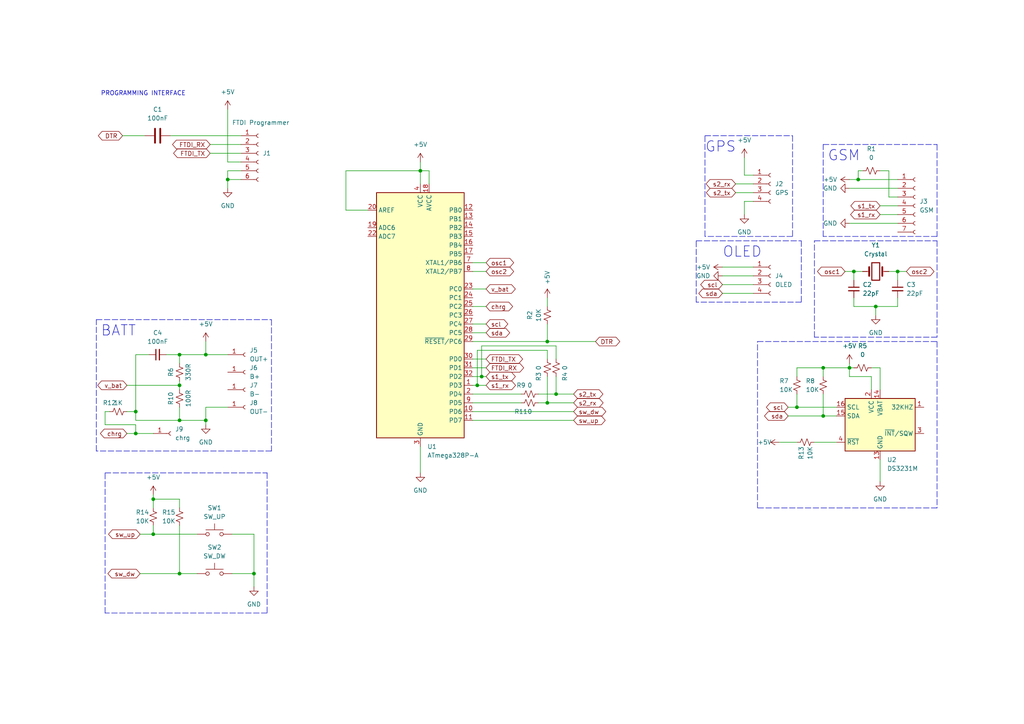
<source format=kicad_sch>
(kicad_sch (version 20211123) (generator eeschema)
  (paper "A4")
  (lib_symbols
    (symbol "Connector:Conn_01x01_Female" (pin_names (offset 1.016) hide)
      (property "Reference" "J" (at 0 2.54 0))
      (property "Value" "Conn_01x01_Female" (at 0 -2.54 0))
      (symbol "Conn_01x01_Female_1_1"
        (polyline (pts (xy -1.27 0) (xy -0.508 0)) (stroke (width 0.1524)))
        (arc (start 0 0.508) (mid -0.508 0) (end 0 -0.508) (stroke (width 0.1524)))
        (pin passive line (at -5.08 0 0) (length 3.81) (name "Pin_1") (number "1"))
      )
    )
    (symbol "Connector:Conn_01x04_Female" (pin_names (offset 1.016) hide)
      (property "Reference" "J" (at 0 5.08 0))
      (property "Value" "Conn_01x04_Female" (at 0 -7.62 0))
      (symbol "Conn_01x04_Female_1_1"
        (arc (start 0 -4.572) (mid -0.508 -5.08) (end 0 -5.588) (stroke (width 0.1524)))
        (arc (start 0 -2.032) (mid -0.508 -2.54) (end 0 -3.048) (stroke (width 0.1524)))
        (polyline (pts (xy -1.27 -5.08) (xy -0.508 -5.08)) (stroke (width 0.1524)))
        (polyline (pts (xy -1.27 -2.54) (xy -0.508 -2.54)) (stroke (width 0.1524)))
        (polyline (pts (xy -1.27 0) (xy -0.508 0)) (stroke (width 0.1524)))
        (polyline (pts (xy -1.27 2.54) (xy -0.508 2.54)) (stroke (width 0.1524)))
        (arc (start 0 0.508) (mid -0.508 0) (end 0 -0.508) (stroke (width 0.1524)))
        (arc (start 0 3.048) (mid -0.508 2.54) (end 0 2.032) (stroke (width 0.1524)))
        (pin passive line (at -5.08 2.54 0) (length 3.81) (name "Pin_1") (number "1"))
        (pin passive line (at -5.08 0 0) (length 3.81) (name "Pin_2") (number "2"))
        (pin passive line (at -5.08 -2.54 0) (length 3.81) (name "Pin_3") (number "3"))
        (pin passive line (at -5.08 -5.08 0) (length 3.81) (name "Pin_4") (number "4"))
      )
    )
    (symbol "Connector:Conn_01x06_Female" (pin_names (offset 1.016) hide)
      (property "Reference" "J" (at 0 7.62 0))
      (property "Value" "Conn_01x06_Female" (at 0 -10.16 0))
      (symbol "Conn_01x06_Female_1_1"
        (arc (start 0 -7.112) (mid -0.508 -7.62) (end 0 -8.128) (stroke (width 0.1524)))
        (arc (start 0 -4.572) (mid -0.508 -5.08) (end 0 -5.588) (stroke (width 0.1524)))
        (arc (start 0 -2.032) (mid -0.508 -2.54) (end 0 -3.048) (stroke (width 0.1524)))
        (polyline (pts (xy -1.27 -7.62) (xy -0.508 -7.62)) (stroke (width 0.1524)))
        (polyline (pts (xy -1.27 -5.08) (xy -0.508 -5.08)) (stroke (width 0.1524)))
        (polyline (pts (xy -1.27 -2.54) (xy -0.508 -2.54)) (stroke (width 0.1524)))
        (polyline (pts (xy -1.27 0) (xy -0.508 0)) (stroke (width 0.1524)))
        (polyline (pts (xy -1.27 2.54) (xy -0.508 2.54)) (stroke (width 0.1524)))
        (polyline (pts (xy -1.27 5.08) (xy -0.508 5.08)) (stroke (width 0.1524)))
        (arc (start 0 0.508) (mid -0.508 0) (end 0 -0.508) (stroke (width 0.1524)))
        (arc (start 0 3.048) (mid -0.508 2.54) (end 0 2.032) (stroke (width 0.1524)))
        (arc (start 0 5.588) (mid -0.508 5.08) (end 0 4.572) (stroke (width 0.1524)))
        (pin passive line (at -5.08 5.08 0) (length 3.81) (name "Pin_1") (number "1"))
        (pin passive line (at -5.08 2.54 0) (length 3.81) (name "Pin_2") (number "2"))
        (pin passive line (at -5.08 0 0) (length 3.81) (name "Pin_3") (number "3"))
        (pin passive line (at -5.08 -2.54 0) (length 3.81) (name "Pin_4") (number "4"))
        (pin passive line (at -5.08 -5.08 0) (length 3.81) (name "Pin_5") (number "5"))
        (pin passive line (at -5.08 -7.62 0) (length 3.81) (name "Pin_6") (number "6"))
      )
    )
    (symbol "Connector:Conn_01x07_Female" (pin_names (offset 1.016) hide)
      (property "Reference" "J" (at 0 10.16 0))
      (property "Value" "Conn_01x07_Female" (at 0 -10.16 0))
      (symbol "Conn_01x07_Female_1_1"
        (arc (start 0 -7.112) (mid -0.508 -7.62) (end 0 -8.128) (stroke (width 0.1524)))
        (arc (start 0 -4.572) (mid -0.508 -5.08) (end 0 -5.588) (stroke (width 0.1524)))
        (arc (start 0 -2.032) (mid -0.508 -2.54) (end 0 -3.048) (stroke (width 0.1524)))
        (polyline (pts (xy -1.27 -7.62) (xy -0.508 -7.62)) (stroke (width 0.1524)))
        (polyline (pts (xy -1.27 -5.08) (xy -0.508 -5.08)) (stroke (width 0.1524)))
        (polyline (pts (xy -1.27 -2.54) (xy -0.508 -2.54)) (stroke (width 0.1524)))
        (polyline (pts (xy -1.27 0) (xy -0.508 0)) (stroke (width 0.1524)))
        (polyline (pts (xy -1.27 2.54) (xy -0.508 2.54)) (stroke (width 0.1524)))
        (polyline (pts (xy -1.27 5.08) (xy -0.508 5.08)) (stroke (width 0.1524)))
        (polyline (pts (xy -1.27 7.62) (xy -0.508 7.62)) (stroke (width 0.1524)))
        (arc (start 0 0.508) (mid -0.508 0) (end 0 -0.508) (stroke (width 0.1524)))
        (arc (start 0 3.048) (mid -0.508 2.54) (end 0 2.032) (stroke (width 0.1524)))
        (arc (start 0 5.588) (mid -0.508 5.08) (end 0 4.572) (stroke (width 0.1524)))
        (arc (start 0 8.128) (mid -0.508 7.62) (end 0 7.112) (stroke (width 0.1524)))
        (pin passive line (at -5.08 7.62 0) (length 3.81) (name "Pin_1") (number "1"))
        (pin passive line (at -5.08 5.08 0) (length 3.81) (name "Pin_2") (number "2"))
        (pin passive line (at -5.08 2.54 0) (length 3.81) (name "Pin_3") (number "3"))
        (pin passive line (at -5.08 0 0) (length 3.81) (name "Pin_4") (number "4"))
        (pin passive line (at -5.08 -2.54 0) (length 3.81) (name "Pin_5") (number "5"))
        (pin passive line (at -5.08 -5.08 0) (length 3.81) (name "Pin_6") (number "6"))
        (pin passive line (at -5.08 -7.62 0) (length 3.81) (name "Pin_7") (number "7"))
      )
    )
    (symbol "Device:C" (pin_numbers hide) (pin_names (offset 0.254))
      (property "Reference" "C" (at 0.635 2.54 0))
      (property "Value" "C" (at 0.635 -2.54 0))
      (symbol "C_0_1"
        (polyline (pts (xy -2.032 -0.762) (xy 2.032 -0.762)) (stroke (width 0.508)))
        (polyline (pts (xy -2.032 0.762) (xy 2.032 0.762)) (stroke (width 0.508)))
      )
      (symbol "C_1_1"
        (pin passive line (at 0 3.81 270) (length 2.794) (name "~") (number "1"))
        (pin passive line (at 0 -3.81 90) (length 2.794) (name "~") (number "2"))
      )
    )
    (symbol "Device:C_Small" (pin_numbers hide) (pin_names (offset 0.254) hide)
      (property "Reference" "C" (at 0.254 1.778 0))
      (property "Value" "C_Small" (at 0.254 -2.032 0))
      (symbol "C_Small_0_1"
        (polyline (pts (xy -1.524 -0.508) (xy 1.524 -0.508)) (stroke (width 0.3302)))
        (polyline (pts (xy -1.524 0.508) (xy 1.524 0.508)) (stroke (width 0.3048)))
      )
      (symbol "C_Small_1_1"
        (pin passive line (at 0 2.54 270) (length 2.032) (name "~") (number "1"))
        (pin passive line (at 0 -2.54 90) (length 2.032) (name "~") (number "2"))
      )
    )
    (symbol "Device:Crystal" (pin_numbers hide) (pin_names (offset 1.016) hide)
      (property "Reference" "Y" (at 0 3.81 0))
      (property "Value" "Crystal" (at 0 -3.81 0))
      (symbol "Crystal_0_1"
        (rectangle (start -1.143 2.54) (end 1.143 -2.54) (stroke (width 0.3048)))
        (polyline (pts (xy -2.54 0) (xy -1.905 0)))
        (polyline (pts (xy -1.905 -1.27) (xy -1.905 1.27)) (stroke (width 0.508)))
        (polyline (pts (xy 1.905 -1.27) (xy 1.905 1.27)) (stroke (width 0.508)))
        (polyline (pts (xy 2.54 0) (xy 1.905 0)))
      )
      (symbol "Crystal_1_1"
        (pin passive line (at -3.81 0 0) (length 1.27) (name "1") (number "1"))
        (pin passive line (at 3.81 0 180) (length 1.27) (name "2") (number "2"))
      )
    )
    (symbol "Device:R_Small_US" (pin_numbers hide) (pin_names (offset 0.254) hide)
      (property "Reference" "R" (at 0.762 0.508 0))
      (property "Value" "R_Small_US" (at 0.762 -1.016 0))
      (symbol "R_Small_US_1_1"
        (polyline (pts (xy 0 0) (xy 1.016 -0.381) (xy 0 -0.762) (xy -1.016 -1.143) (xy 0 -1.524)))
        (polyline (pts (xy 0 1.524) (xy 1.016 1.143) (xy 0 0.762) (xy -1.016 0.381) (xy 0 0)))
        (pin passive line (at 0 2.54 270) (length 1.016) (name "~") (number "1"))
        (pin passive line (at 0 -2.54 90) (length 1.016) (name "~") (number "2"))
      )
    )
    (symbol "MCU_Microchip_ATmega:ATmega328P-A"
      (property "Reference" "U" (at -12.7 36.83 0))
      (property "Value" "ATmega328P-A" (at 2.54 -36.83 0))
      (symbol "ATmega328P-A_0_1"
        (rectangle (start -12.7 -35.56) (end 12.7 35.56) (stroke (width 0.254)) (fill (type background)))
      )
      (symbol "ATmega328P-A_1_1"
        (pin bidirectional line (at 15.24 -20.32 180) (length 2.54) (name "PD3") (number "1"))
        (pin bidirectional line (at 15.24 -27.94 180) (length 2.54) (name "PD6") (number "10"))
        (pin bidirectional line (at 15.24 -30.48 180) (length 2.54) (name "PD7") (number "11"))
        (pin bidirectional line (at 15.24 30.48 180) (length 2.54) (name "PB0") (number "12"))
        (pin bidirectional line (at 15.24 27.94 180) (length 2.54) (name "PB1") (number "13"))
        (pin bidirectional line (at 15.24 25.4 180) (length 2.54) (name "PB2") (number "14"))
        (pin bidirectional line (at 15.24 22.86 180) (length 2.54) (name "PB3") (number "15"))
        (pin bidirectional line (at 15.24 20.32 180) (length 2.54) (name "PB4") (number "16"))
        (pin bidirectional line (at 15.24 17.78 180) (length 2.54) (name "PB5") (number "17"))
        (pin power_in line (at 2.54 38.1 270) (length 2.54) (name "AVCC") (number "18"))
        (pin input line (at -15.24 25.4 0) (length 2.54) (name "ADC6") (number "19"))
        (pin bidirectional line (at 15.24 -22.86 180) (length 2.54) (name "PD4") (number "2"))
        (pin passive line (at -15.24 30.48 0) (length 2.54) (name "AREF") (number "20"))
        (pin passive line (at 0 -38.1 90) (length 2.54) hide (name "GND") (number "21"))
        (pin input line (at -15.24 22.86 0) (length 2.54) (name "ADC7") (number "22"))
        (pin bidirectional line (at 15.24 7.62 180) (length 2.54) (name "PC0") (number "23"))
        (pin bidirectional line (at 15.24 5.08 180) (length 2.54) (name "PC1") (number "24"))
        (pin bidirectional line (at 15.24 2.54 180) (length 2.54) (name "PC2") (number "25"))
        (pin bidirectional line (at 15.24 0 180) (length 2.54) (name "PC3") (number "26"))
        (pin bidirectional line (at 15.24 -2.54 180) (length 2.54) (name "PC4") (number "27"))
        (pin bidirectional line (at 15.24 -5.08 180) (length 2.54) (name "PC5") (number "28"))
        (pin bidirectional line (at 15.24 -7.62 180) (length 2.54) (name "~{RESET}/PC6") (number "29"))
        (pin power_in line (at 0 -38.1 90) (length 2.54) (name "GND") (number "3"))
        (pin bidirectional line (at 15.24 -12.7 180) (length 2.54) (name "PD0") (number "30"))
        (pin bidirectional line (at 15.24 -15.24 180) (length 2.54) (name "PD1") (number "31"))
        (pin bidirectional line (at 15.24 -17.78 180) (length 2.54) (name "PD2") (number "32"))
        (pin power_in line (at 0 38.1 270) (length 2.54) (name "VCC") (number "4"))
        (pin passive line (at 0 -38.1 90) (length 2.54) hide (name "GND") (number "5"))
        (pin passive line (at 0 38.1 270) (length 2.54) hide (name "VCC") (number "6"))
        (pin bidirectional line (at 15.24 15.24 180) (length 2.54) (name "XTAL1/PB6") (number "7"))
        (pin bidirectional line (at 15.24 12.7 180) (length 2.54) (name "XTAL2/PB7") (number "8"))
        (pin bidirectional line (at 15.24 -25.4 180) (length 2.54) (name "PD5") (number "9"))
      )
    )
    (symbol "Switch:SW_Push" (pin_numbers hide) (pin_names (offset 1.016) hide)
      (property "Reference" "SW" (at 1.27 2.54 0))
      (property "Value" "SW_Push" (at 0 -1.524 0))
      (symbol "SW_Push_0_1"
        (circle (center -2.032 0) (radius 0.508))
        (polyline (pts (xy 0 1.27) (xy 0 3.048)))
        (polyline (pts (xy 2.54 1.27) (xy -2.54 1.27)))
        (circle (center 2.032 0) (radius 0.508))
        (pin passive line (at -5.08 0 0) (length 2.54) (name "1") (number "1"))
        (pin passive line (at 5.08 0 180) (length 2.54) (name "2") (number "2"))
      )
    )
    (symbol "Timer_RTC:DS3231M"
      (property "Reference" "U" (at -7.62 8.89 0))
      (property "Value" "DS3231M" (at 10.16 8.89 0))
      (symbol "DS3231M_0_1"
        (rectangle (start -10.16 7.62) (end 10.16 -7.62) (stroke (width 0.254)) (fill (type background)))
      )
      (symbol "DS3231M_1_1"
        (pin open_collector line (at 12.7 5.08 180) (length 2.54) (name "32KHZ") (number "1"))
        (pin passive line (at 0 -10.16 90) (length 2.54) hide (name "GND") (number "10"))
        (pin passive line (at 0 -10.16 90) (length 2.54) hide (name "GND") (number "11"))
        (pin passive line (at 0 -10.16 90) (length 2.54) hide (name "GND") (number "12"))
        (pin power_in line (at 0 -10.16 90) (length 2.54) (name "GND") (number "13"))
        (pin power_in line (at 0 10.16 270) (length 2.54) (name "VBAT") (number "14"))
        (pin bidirectional line (at -12.7 2.54 0) (length 2.54) (name "SDA") (number "15"))
        (pin input line (at -12.7 5.08 0) (length 2.54) (name "SCL") (number "16"))
        (pin power_in line (at -2.54 10.16 270) (length 2.54) (name "VCC") (number "2"))
        (pin open_collector line (at 12.7 -2.54 180) (length 2.54) (name "~{INT}/SQW") (number "3"))
        (pin bidirectional line (at -12.7 -5.08 0) (length 2.54) (name "~{RST}") (number "4"))
        (pin passive line (at 0 -10.16 90) (length 2.54) hide (name "GND") (number "5"))
        (pin passive line (at 0 -10.16 90) (length 2.54) hide (name "GND") (number "6"))
        (pin passive line (at 0 -10.16 90) (length 2.54) hide (name "GND") (number "7"))
        (pin passive line (at 0 -10.16 90) (length 2.54) hide (name "GND") (number "8"))
        (pin passive line (at 0 -10.16 90) (length 2.54) hide (name "GND") (number "9"))
      )
    )
    (symbol "power:+5V" (power) (pin_names (offset 0))
      (property "Value" "+5V" (at 0 3.556 0))
      (symbol "+5V_0_1"
        (polyline (pts (xy -0.762 1.27) (xy 0 2.54)))
        (polyline (pts (xy 0 0) (xy 0 2.54)))
        (polyline (pts (xy 0 2.54) (xy 0.762 1.27)))
      )
      (symbol "+5V_1_1"
        (pin power_in line (at 0 0 90) (length 0) hide (name "+5V") (number "1"))
      )
    )
    (symbol "power:GND" (power) (pin_names (offset 0))
      (property "Value" "GND" (at 0 -3.81 0))
      (symbol "GND_0_1"
        (polyline (pts (xy 0 0) (xy 0 -1.27) (xy 1.27 -1.27) (xy 0 -2.54) (xy -1.27 -1.27) (xy 0 -1.27)))
      )
      (symbol "GND_1_1"
        (pin power_in line (at 0 0 270) (length 0) hide (name "GND") (number "1"))
      )
    )
  )
  (junction (at 139.7 109.22))
  (junction (at 66.04 52.07))
  (junction (at 52.07 121.92))
  (junction (at 246.38 106.68))
  (junction (at 158.75 99.06))
  (junction (at 138.43 111.76))
  (junction (at 238.76 106.68))
  (junction (at 52.07 111.76))
  (junction (at 231.14 118.11))
  (junction (at 52.07 166.37))
  (junction (at 44.45 154.94))
  (junction (at 161.29 114.3))
  (junction (at 52.07 102.87))
  (junction (at 59.69 121.92))
  (junction (at 39.37 125.73))
  (junction (at 121.92 49.53))
  (junction (at 238.76 120.65))
  (junction (at 44.45 144.78))
  (junction (at 73.66 166.37))
  (junction (at 254 88.9))
  (junction (at 260.35 78.74))
  (junction (at 59.69 102.87))
  (junction (at 39.37 119.38))
  (junction (at 247.65 78.74))
  (junction (at 248.92 52.07))
  (junction (at 158.75 116.84))
  (wire (pts (xy 39.37 119.38) (xy 39.37 121.92)))
  (wire (pts (xy 44.45 143.51) (xy 44.45 144.78)))
  (wire (pts (xy 255.27 133.35) (xy 255.27 139.7)))
  (polyline (pts (xy 232.41 87.63) (xy 201.93 87.63)))
  (wire (pts (xy 248.92 49.53) (xy 248.92 52.07)))
  (wire (pts (xy 121.92 129.54) (xy 121.92 137.16)))
  (wire (pts (xy 246.38 106.68) (xy 246.38 105.41)))
  (wire (pts (xy 69.85 49.53) (xy 66.04 49.53)))
  (wire (pts (xy 66.04 49.53) (xy 66.04 52.07)))
  (wire (pts (xy 247.65 88.9) (xy 247.65 86.36)))
  (wire (pts (xy 66.04 102.87) (xy 59.69 102.87)))
  (polyline (pts (xy 238.76 41.91) (xy 271.78 41.91)))
  (wire (pts (xy 124.46 49.53) (xy 121.92 49.53)))
  (wire (pts (xy 260.35 88.9) (xy 254 88.9)))
  (polyline (pts (xy 201.93 87.63) (xy 201.93 69.85)))
  (wire (pts (xy 161.29 104.14) (xy 161.29 100.33)))
  (wire (pts (xy 59.69 102.87) (xy 59.69 99.06)))
  (wire (pts (xy 137.16 116.84) (xy 151.13 116.84)))
  (polyline (pts (xy 229.87 68.58) (xy 204.47 68.58)))
  (wire (pts (xy 158.75 101.6) (xy 138.43 101.6)))
  (wire (pts (xy 245.11 78.74) (xy 247.65 78.74)))
  (wire (pts (xy 228.6 118.11) (xy 231.14 118.11)))
  (wire (pts (xy 246.38 106.68) (xy 247.65 106.68)))
  (wire (pts (xy 137.16 83.82) (xy 140.97 83.82)))
  (wire (pts (xy 247.65 78.74) (xy 250.19 78.74)))
  (polyline (pts (xy 229.87 39.37) (xy 229.87 68.58)))
  (wire (pts (xy 30.48 119.38) (xy 30.48 123.19)))
  (wire (pts (xy 121.92 49.53) (xy 121.92 53.34)))
  (wire (pts (xy 246.38 54.61) (xy 260.35 54.61)))
  (wire (pts (xy 137.16 111.76) (xy 138.43 111.76)))
  (wire (pts (xy 246.38 109.22) (xy 246.38 106.68)))
  (wire (pts (xy 209.55 85.09) (xy 218.44 85.09)))
  (wire (pts (xy 40.64 154.94) (xy 44.45 154.94)))
  (wire (pts (xy 238.76 106.68) (xy 246.38 106.68)))
  (polyline (pts (xy 201.93 69.85) (xy 232.41 69.85)))
  (wire (pts (xy 66.04 31.75) (xy 66.04 46.99)))
  (wire (pts (xy 255.27 59.69) (xy 260.35 59.69)))
  (wire (pts (xy 161.29 109.22) (xy 161.29 114.3)))
  (wire (pts (xy 231.14 118.11) (xy 242.57 118.11)))
  (wire (pts (xy 156.21 116.84) (xy 158.75 116.84)))
  (wire (pts (xy 228.6 120.65) (xy 238.76 120.65)))
  (wire (pts (xy 36.83 111.76) (xy 52.07 111.76)))
  (wire (pts (xy 231.14 109.22) (xy 231.14 106.68)))
  (wire (pts (xy 255.27 106.68) (xy 255.27 113.03)))
  (wire (pts (xy 137.16 114.3) (xy 151.13 114.3)))
  (wire (pts (xy 59.69 118.11) (xy 59.69 121.92)))
  (wire (pts (xy 158.75 88.9) (xy 158.75 86.36)))
  (polyline (pts (xy 219.71 99.06) (xy 271.78 99.06)))
  (wire (pts (xy 158.75 99.06) (xy 158.75 93.98)))
  (wire (pts (xy 138.43 101.6) (xy 138.43 111.76)))
  (polyline (pts (xy 77.47 177.8) (xy 30.48 177.8)))
  (wire (pts (xy 66.04 52.07) (xy 66.04 54.61)))
  (wire (pts (xy 213.36 55.88) (xy 218.44 55.88)))
  (polyline (pts (xy 30.48 137.16) (xy 77.47 137.16)))
  (wire (pts (xy 236.22 128.27) (xy 242.57 128.27)))
  (polyline (pts (xy 27.94 92.71) (xy 78.74 92.71)))
  (wire (pts (xy 73.66 166.37) (xy 73.66 170.18)))
  (wire (pts (xy 44.45 152.4) (xy 44.45 154.94)))
  (wire (pts (xy 60.96 41.91) (xy 69.85 41.91)))
  (wire (pts (xy 158.75 109.22) (xy 158.75 116.84)))
  (polyline (pts (xy 204.47 39.37) (xy 229.87 39.37)))
  (wire (pts (xy 238.76 114.3) (xy 238.76 120.65)))
  (wire (pts (xy 137.16 119.38) (xy 166.37 119.38)))
  (wire (pts (xy 252.73 113.03) (xy 252.73 109.22)))
  (wire (pts (xy 260.35 86.36) (xy 260.35 88.9)))
  (wire (pts (xy 39.37 123.19) (xy 39.37 125.73)))
  (wire (pts (xy 52.07 111.76) (xy 52.07 113.03)))
  (wire (pts (xy 254 88.9) (xy 247.65 88.9)))
  (wire (pts (xy 137.16 76.2) (xy 140.97 76.2)))
  (wire (pts (xy 49.53 39.37) (xy 69.85 39.37)))
  (wire (pts (xy 36.83 119.38) (xy 39.37 119.38)))
  (wire (pts (xy 218.44 50.8) (xy 215.9 50.8)))
  (wire (pts (xy 137.16 121.92) (xy 166.37 121.92)))
  (wire (pts (xy 138.43 111.76) (xy 140.97 111.76)))
  (wire (pts (xy 137.16 96.52) (xy 140.97 96.52)))
  (wire (pts (xy 158.75 116.84) (xy 166.37 116.84)))
  (wire (pts (xy 139.7 100.33) (xy 139.7 109.22)))
  (polyline (pts (xy 27.94 130.81) (xy 27.94 92.71)))
  (wire (pts (xy 67.31 166.37) (xy 73.66 166.37)))
  (wire (pts (xy 161.29 100.33) (xy 139.7 100.33)))
  (wire (pts (xy 52.07 118.11) (xy 52.07 121.92)))
  (wire (pts (xy 137.16 109.22) (xy 139.7 109.22)))
  (polyline (pts (xy 78.74 130.81) (xy 27.94 130.81)))
  (wire (pts (xy 35.56 39.37) (xy 41.91 39.37)))
  (wire (pts (xy 73.66 154.94) (xy 73.66 166.37)))
  (wire (pts (xy 52.07 166.37) (xy 57.15 166.37)))
  (wire (pts (xy 31.75 119.38) (xy 30.48 119.38)))
  (wire (pts (xy 215.9 50.8) (xy 215.9 45.72)))
  (wire (pts (xy 52.07 152.4) (xy 52.07 166.37)))
  (wire (pts (xy 66.04 118.11) (xy 59.69 118.11)))
  (wire (pts (xy 52.07 110.49) (xy 52.07 111.76)))
  (wire (pts (xy 137.16 78.74) (xy 140.97 78.74)))
  (wire (pts (xy 213.36 53.34) (xy 218.44 53.34)))
  (wire (pts (xy 209.55 77.47) (xy 218.44 77.47)))
  (wire (pts (xy 100.33 49.53) (xy 121.92 49.53)))
  (wire (pts (xy 66.04 52.07) (xy 69.85 52.07)))
  (wire (pts (xy 226.06 128.27) (xy 231.14 128.27)))
  (polyline (pts (xy 271.78 69.85) (xy 271.78 97.79)))
  (wire (pts (xy 137.16 106.68) (xy 140.97 106.68)))
  (polyline (pts (xy 271.78 97.79) (xy 236.22 97.79)))
  (wire (pts (xy 137.16 99.06) (xy 158.75 99.06)))
  (wire (pts (xy 255.27 62.23) (xy 260.35 62.23)))
  (wire (pts (xy 30.48 123.19) (xy 39.37 123.19)))
  (wire (pts (xy 215.9 62.23) (xy 215.9 58.42)))
  (wire (pts (xy 59.69 121.92) (xy 59.69 123.19)))
  (wire (pts (xy 137.16 93.98) (xy 140.97 93.98)))
  (wire (pts (xy 44.45 154.94) (xy 57.15 154.94)))
  (wire (pts (xy 156.21 114.3) (xy 161.29 114.3)))
  (wire (pts (xy 36.83 125.73) (xy 39.37 125.73)))
  (wire (pts (xy 137.16 88.9) (xy 140.97 88.9)))
  (wire (pts (xy 100.33 60.96) (xy 100.33 49.53)))
  (wire (pts (xy 52.07 147.32) (xy 52.07 144.78)))
  (wire (pts (xy 139.7 109.22) (xy 140.97 109.22)))
  (wire (pts (xy 106.68 60.96) (xy 100.33 60.96)))
  (polyline (pts (xy 236.22 97.79) (xy 236.22 69.85)))
  (wire (pts (xy 40.64 166.37) (xy 52.07 166.37)))
  (wire (pts (xy 43.18 102.87) (xy 39.37 102.87)))
  (wire (pts (xy 257.81 78.74) (xy 260.35 78.74)))
  (wire (pts (xy 158.75 104.14) (xy 158.75 101.6)))
  (wire (pts (xy 69.85 46.99) (xy 66.04 46.99)))
  (wire (pts (xy 238.76 120.65) (xy 242.57 120.65)))
  (wire (pts (xy 246.38 52.07) (xy 248.92 52.07)))
  (wire (pts (xy 60.96 44.45) (xy 69.85 44.45)))
  (wire (pts (xy 252.73 109.22) (xy 246.38 109.22)))
  (polyline (pts (xy 236.22 69.85) (xy 271.78 69.85)))
  (wire (pts (xy 137.16 104.14) (xy 140.97 104.14)))
  (wire (pts (xy 257.81 49.53) (xy 255.27 49.53)))
  (wire (pts (xy 52.07 144.78) (xy 44.45 144.78)))
  (wire (pts (xy 158.75 99.06) (xy 172.72 99.06)))
  (polyline (pts (xy 271.78 99.06) (xy 271.78 147.32)))
  (wire (pts (xy 67.31 154.94) (xy 73.66 154.94)))
  (wire (pts (xy 124.46 53.34) (xy 124.46 49.53)))
  (wire (pts (xy 39.37 121.92) (xy 52.07 121.92)))
  (wire (pts (xy 231.14 114.3) (xy 231.14 118.11)))
  (wire (pts (xy 209.55 82.55) (xy 218.44 82.55)))
  (wire (pts (xy 250.19 49.53) (xy 248.92 49.53)))
  (wire (pts (xy 254 88.9) (xy 254 91.44)))
  (polyline (pts (xy 204.47 68.58) (xy 204.47 39.37)))
  (wire (pts (xy 260.35 57.15) (xy 257.81 57.15)))
  (wire (pts (xy 260.35 78.74) (xy 260.35 81.28)))
  (polyline (pts (xy 30.48 177.8) (xy 30.48 137.16)))
  (polyline (pts (xy 77.47 137.16) (xy 77.47 177.8)))
  (wire (pts (xy 44.45 144.78) (xy 44.45 147.32)))
  (wire (pts (xy 48.26 102.87) (xy 52.07 102.87)))
  (polyline (pts (xy 271.78 147.32) (xy 219.71 147.32)))
  (wire (pts (xy 52.07 121.92) (xy 59.69 121.92)))
  (wire (pts (xy 209.55 80.01) (xy 218.44 80.01)))
  (wire (pts (xy 231.14 106.68) (xy 238.76 106.68)))
  (polyline (pts (xy 271.78 41.91) (xy 271.78 68.58)))
  (polyline (pts (xy 271.78 68.58) (xy 238.76 68.58)))
  (wire (pts (xy 260.35 78.74) (xy 262.89 78.74)))
  (polyline (pts (xy 232.41 69.85) (xy 232.41 87.63)))
  (polyline (pts (xy 238.76 68.58) (xy 238.76 41.91)))
  (wire (pts (xy 238.76 109.22) (xy 238.76 106.68)))
  (polyline (pts (xy 78.74 92.71) (xy 78.74 130.81)))
  (wire (pts (xy 121.92 46.99) (xy 121.92 49.53)))
  (wire (pts (xy 248.92 52.07) (xy 260.35 52.07)))
  (wire (pts (xy 215.9 58.42) (xy 218.44 58.42)))
  (wire (pts (xy 39.37 125.73) (xy 44.45 125.73)))
  (wire (pts (xy 52.07 105.41) (xy 52.07 102.87)))
  (wire (pts (xy 39.37 102.87) (xy 39.37 119.38)))
  (wire (pts (xy 161.29 114.3) (xy 166.37 114.3)))
  (wire (pts (xy 252.73 106.68) (xy 255.27 106.68)))
  (wire (pts (xy 246.38 64.77) (xy 260.35 64.77)))
  (wire (pts (xy 247.65 78.74) (xy 247.65 81.28)))
  (wire (pts (xy 52.07 102.87) (xy 59.69 102.87)))
  (polyline (pts (xy 219.71 147.32) (xy 219.71 99.06)))
  (wire (pts (xy 257.81 57.15) (xy 257.81 49.53)))
  (text "OLED" (at 209.55 74.93 0) (effects (font (size 3 3)) (justify left bottom)))
  (text "PROGRAMMING INTERFACE" (at 29.21 27.94 0) (effects (font (size 1.27 1.27)) (justify left bottom)))
  (text "BATT\n" (at 29.21 97.79 0) (effects (font (size 3 3)) (justify left bottom)))
  (text "GSM" (at 240.03 46.99 0) (effects (font (size 3 3)) (justify left bottom)))
  (text "GPS" (at 204.47 44.45 0) (effects (font (size 3 3)) (justify left bottom)))
  (global_label "DTR" (shape bidirectional) (at 172.72 99.06 0) (property "Intersheet References" "${INTERSHEET_REFS}" (effects hide)))
  (global_label "osc1" (shape bidirectional) (at 245.11 78.74 180) (property "Intersheet References" "${INTERSHEET_REFS}" (effects hide)))
  (global_label "chrg" (shape bidirectional) (at 36.83 125.73 180) (property "Intersheet References" "${INTERSHEET_REFS}" (effects hide)))
  (global_label "FTDI_TX" (shape bidirectional) (at 60.96 44.45 180) (property "Intersheet References" "${INTERSHEET_REFS}" (effects hide)))
  (global_label "scl" (shape bidirectional) (at 140.97 93.98 0) (property "Intersheet References" "${INTERSHEET_REFS}" (effects hide)))
  (global_label "v_bat" (shape bidirectional) (at 36.83 111.76 180) (property "Intersheet References" "${INTERSHEET_REFS}" (effects hide)))
  (global_label "scl" (shape bidirectional) (at 209.55 82.55 180) (property "Intersheet References" "${INTERSHEET_REFS}" (effects hide)))
  (global_label "s1_tx" (shape bidirectional) (at 140.97 109.22 0) (property "Intersheet References" "${INTERSHEET_REFS}" (effects hide)))
  (global_label "sda" (shape bidirectional) (at 209.55 85.09 180) (property "Intersheet References" "${INTERSHEET_REFS}" (effects hide)))
  (global_label "FTDI_RX" (shape bidirectional) (at 60.96 41.91 180) (property "Intersheet References" "${INTERSHEET_REFS}" (effects hide)))
  (global_label "sw_dw" (shape bidirectional) (at 166.37 119.38 0) (property "Intersheet References" "${INTERSHEET_REFS}" (effects hide)))
  (global_label "s1_rx" (shape bidirectional) (at 140.97 111.76 0) (property "Intersheet References" "${INTERSHEET_REFS}" (effects hide)))
  (global_label "DTR" (shape bidirectional) (at 35.56 39.37 180) (property "Intersheet References" "${INTERSHEET_REFS}" (effects hide)))
  (global_label "s1_rx" (shape bidirectional) (at 255.27 62.23 180) (property "Intersheet References" "${INTERSHEET_REFS}" (effects hide)))
  (global_label "v_bat" (shape bidirectional) (at 140.97 83.82 0) (property "Intersheet References" "${INTERSHEET_REFS}" (effects hide)))
  (global_label "s2_tx" (shape bidirectional) (at 213.36 55.88 180) (property "Intersheet References" "${INTERSHEET_REFS}" (effects hide)))
  (global_label "s2_rx" (shape bidirectional) (at 213.36 53.34 180) (property "Intersheet References" "${INTERSHEET_REFS}" (effects hide)))
  (global_label "sw_up" (shape bidirectional) (at 40.64 154.94 180) (property "Intersheet References" "${INTERSHEET_REFS}" (effects hide)))
  (global_label "s2_tx" (shape bidirectional) (at 166.37 114.3 0) (property "Intersheet References" "${INTERSHEET_REFS}" (effects hide)))
  (global_label "s1_tx" (shape bidirectional) (at 255.27 59.69 180) (property "Intersheet References" "${INTERSHEET_REFS}" (effects hide)))
  (global_label "s2_rx" (shape bidirectional) (at 166.37 116.84 0) (property "Intersheet References" "${INTERSHEET_REFS}" (effects hide)))
  (global_label "sda" (shape bidirectional) (at 140.97 96.52 0) (property "Intersheet References" "${INTERSHEET_REFS}" (effects hide)))
  (global_label "scl" (shape bidirectional) (at 228.6 118.11 180) (property "Intersheet References" "${INTERSHEET_REFS}" (effects hide)))
  (global_label "osc2" (shape bidirectional) (at 140.97 78.74 0) (property "Intersheet References" "${INTERSHEET_REFS}" (effects hide)))
  (global_label "osc1" (shape bidirectional) (at 140.97 76.2 0) (property "Intersheet References" "${INTERSHEET_REFS}" (effects hide)))
  (global_label "osc2" (shape bidirectional) (at 262.89 78.74 0) (property "Intersheet References" "${INTERSHEET_REFS}" (effects hide)))
  (global_label "sw_dw" (shape bidirectional) (at 40.64 166.37 180) (property "Intersheet References" "${INTERSHEET_REFS}" (effects hide)))
  (global_label "FTDI_TX" (shape bidirectional) (at 140.97 104.14 0) (property "Intersheet References" "${INTERSHEET_REFS}" (effects hide)))
  (global_label "sw_up" (shape bidirectional) (at 166.37 121.92 0) (property "Intersheet References" "${INTERSHEET_REFS}" (effects hide)))
  (global_label "chrg" (shape bidirectional) (at 140.97 88.9 0) (property "Intersheet References" "${INTERSHEET_REFS}" (effects hide)))
  (global_label "sda" (shape bidirectional) (at 228.6 120.65 180) (property "Intersheet References" "${INTERSHEET_REFS}" (effects hide)))
  (global_label "FTDI_RX" (shape bidirectional) (at 140.97 106.68 0) (property "Intersheet References" "${INTERSHEET_REFS}" (effects hide)))
  (symbol (lib_id "Device:R_Small_US") (at 231.14 111.76 180) (unit 1)
    (property "Reference" "R7" (at 226.06 110.49 0) (effects (justify right)))
    (property "Value" "10K" (at 226.06 113.03 0) (effects (justify right)))
    (property "Footprint" "Resistor_SMD:R_0805_2012Metric_Pad1.20x1.40mm_HandSolder" (effects hide))
  )
  (symbol (lib_id "Device:R_Small_US") (at 158.75 106.68 180) (unit 1)
    (property "Reference" "R3" (at 156.21 109.22 90))
    (property "Value" "0" (at 156.21 106.68 90))
    (property "Footprint" "Resistor_SMD:R_0805_2012Metric_Pad1.20x1.40mm_HandSolder" (effects hide))
  )
  (symbol (lib_id "Device:R_Small_US") (at 153.67 116.84 90) (unit 1)
    (property "Reference" "R11" (at 151.13 119.38 90))
    (property "Value" "0" (at 153.67 119.38 90))
    (property "Footprint" "Resistor_SMD:R_0805_2012Metric_Pad1.20x1.40mm_HandSolder" (effects hide))
  )
  (symbol (lib_id "Device:C_Small") (at 45.72 102.87 90) (unit 1)
    (property "Reference" "C4" (at 45.7263 96.52 90))
    (property "Value" "100nF" (at 45.7263 99.06 90))
    (property "Footprint" "Capacitor_SMD:C_1206_3216Metric_Pad1.33x1.80mm_HandSolder" (effects hide))
  )
  (symbol (lib_id "Device:R_Small_US") (at 233.68 128.27 270) (unit 1)
    (property "Reference" "R13" (at 232.41 133.35 0) (effects (justify right)))
    (property "Value" "10K" (at 234.95 133.35 0) (effects (justify right)))
    (property "Footprint" "Resistor_SMD:R_0805_2012Metric_Pad1.20x1.40mm_HandSolder" (effects hide))
  )
  (symbol (lib_id "power:+5V") (at 246.38 105.41 0) (unit 1)
    (property "Reference" "#PWR014" (effects hide))
    (property "Value" "+5V" (at 246.38 100.33 0))
  )
  (symbol (lib_id "power:GND") (at 246.38 54.61 270) (unit 1)
    (property "Reference" "#PWR06" (effects hide))
    (property "Value" "GND" (at 238.76 54.61 90) (effects (justify left)))
  )
  (symbol (lib_id "Device:Crystal") (at 254 78.74 180) (unit 1)
    (property "Reference" "Y1" (at 254 71.12 0))
    (property "Value" "Crystal" (at 254 73.66 0))
    (property "Footprint" "Crystal:Crystal_HC18-U_Vertical" (effects hide))
  )
  (symbol (lib_id "power:GND") (at 209.55 80.01 270) (unit 1)
    (property "Reference" "#PWR010" (effects hide))
    (property "Value" "GND" (at 201.93 80.01 90) (effects (justify left)))
  )
  (symbol (lib_id "Connector:Conn_01x04_Female") (at 223.52 53.34 0) (unit 1)
    (property "Reference" "J2" (at 224.79 53.3399 0) (effects (justify left)))
    (property "Value" "GPS" (at 224.79 55.8799 0) (effects (justify left)))
    (property "Footprint" "Connector_PinHeader_2.54mm:PinHeader_1x04_P2.54mm_Vertical" (effects hide))
  )
  (symbol (lib_id "Switch:SW_Push") (at 62.23 154.94 0) (unit 1)
    (property "Reference" "SW1" (at 62.23 147.32 0))
    (property "Value" "SW_UP" (at 62.23 149.86 0))
    (property "Footprint" "Button_Switch_THT:SW_PUSH_6mm_H4.3mm" (effects hide))
  )
  (symbol (lib_id "power:GND") (at 59.69 123.19 0) (unit 1)
    (property "Reference" "#PWR015" (effects hide))
    (property "Value" "GND" (at 59.69 128.27 0))
  )
  (symbol (lib_id "power:+5V") (at 158.75 86.36 0) (unit 1)
    (property "Reference" "#PWR011" (effects hide))
    (property "Value" "+5V" (at 158.7499 82.55 90) (effects (justify left)))
  )
  (symbol (lib_id "Device:R_Small_US") (at 153.67 114.3 90) (unit 1)
    (property "Reference" "R9" (at 151.13 111.76 90))
    (property "Value" "0" (at 153.67 111.76 90))
    (property "Footprint" "Resistor_SMD:R_0805_2012Metric_Pad1.20x1.40mm_HandSolder" (effects hide))
  )
  (symbol (lib_id "Device:R_Small_US") (at 52.07 107.95 180) (unit 1)
    (property "Reference" "R6" (at 49.53 107.95 90))
    (property "Value" "330R" (at 54.61 107.95 90))
    (property "Footprint" "Resistor_SMD:R_1206_3216Metric_Pad1.30x1.75mm_HandSolder" (effects hide))
  )
  (symbol (lib_id "Switch:SW_Push") (at 62.23 166.37 0) (unit 1)
    (property "Reference" "SW2" (at 62.23 158.75 0))
    (property "Value" "SW_DW" (at 62.23 161.29 0))
    (property "Footprint" "Button_Switch_THT:SW_PUSH_6mm_H4.3mm" (effects hide))
  )
  (symbol (lib_id "Connector:Conn_01x01_Female") (at 49.53 125.73 0) (unit 1)
    (property "Reference" "J9" (at 50.8 124.4599 0) (effects (justify left)))
    (property "Value" "chrg" (at 50.8 126.9999 0) (effects (justify left)))
    (property "Footprint" "Connector_PinHeader_2.54mm:PinHeader_1x01_P2.54mm_Vertical" (effects hide))
  )
  (symbol (lib_id "Connector:Conn_01x06_Female") (at 74.93 44.45 0) (unit 1)
    (property "Reference" "J1" (at 76.2 44.4499 0) (effects (justify left)))
    (property "Value" "FTDI Programmer" (at 67.31 35.56 0) (effects (justify left)))
    (property "Footprint" "Connector_PinHeader_2.54mm:PinHeader_1x06_P2.54mm_Vertical" (effects hide))
  )
  (symbol (lib_id "Device:R_Small_US") (at 52.07 149.86 180) (unit 1)
    (property "Reference" "R15" (at 46.99 148.59 0) (effects (justify right)))
    (property "Value" "10K" (at 46.99 151.13 0) (effects (justify right)))
    (property "Footprint" "Resistor_SMD:R_0805_2012Metric_Pad1.20x1.40mm_HandSolder" (effects hide))
  )
  (symbol (lib_id "Device:R_Small_US") (at 161.29 106.68 0) (unit 1)
    (property "Reference" "R4" (at 163.83 109.22 90))
    (property "Value" "0" (at 163.83 106.68 90))
    (property "Footprint" "Resistor_SMD:R_0805_2012Metric_Pad1.20x1.40mm_HandSolder" (effects hide))
  )
  (symbol (lib_id "power:GND") (at 255.27 139.7 0) (unit 1)
    (property "Reference" "#PWR018" (effects hide))
    (property "Value" "GND" (at 255.27 144.78 0))
  )
  (symbol (lib_id "power:+5V") (at 121.92 46.99 0) (unit 1)
    (property "Reference" "#PWR03" (effects hide))
    (property "Value" "+5V" (at 121.92 41.91 0))
  )
  (symbol (lib_id "power:+5V") (at 44.45 143.51 0) (unit 1)
    (property "Reference" "#PWR019" (effects hide))
    (property "Value" "+5V" (at 44.45 138.43 0))
  )
  (symbol (lib_id "Device:R_Small_US") (at 250.19 106.68 90) (unit 1)
    (property "Reference" "R5" (at 250.19 100.33 90))
    (property "Value" "0" (at 250.19 102.87 90))
    (property "Footprint" "Resistor_SMD:R_0805_2012Metric_Pad1.20x1.40mm_HandSolder" (effects hide))
  )
  (symbol (lib_id "power:+5V") (at 246.38 52.07 90) (unit 1)
    (property "Reference" "#PWR04" (effects hide))
    (property "Value" "+5V" (at 238.76 52.07 90) (effects (justify right)))
  )
  (symbol (lib_id "power:GND") (at 215.9 62.23 0) (unit 1)
    (property "Reference" "#PWR07" (effects hide))
    (property "Value" "GND" (at 215.9 67.31 0))
  )
  (symbol (lib_id "Device:R_Small_US") (at 158.75 91.44 180) (unit 1)
    (property "Reference" "R2" (at 153.67 91.44 90))
    (property "Value" "10K" (at 156.21 91.44 90))
    (property "Footprint" "Resistor_SMD:R_0805_2012Metric_Pad1.20x1.40mm_HandSolder" (effects hide))
  )
  (symbol (lib_id "Device:R_Small_US") (at 238.76 111.76 180) (unit 1)
    (property "Reference" "R8" (at 233.68 110.49 0) (effects (justify right)))
    (property "Value" "10K" (at 233.68 113.03 0) (effects (justify right)))
    (property "Footprint" "Resistor_SMD:R_0805_2012Metric_Pad1.20x1.40mm_HandSolder" (effects hide))
  )
  (symbol (lib_id "Device:R_Small_US") (at 44.45 149.86 180) (unit 1)
    (property "Reference" "R14" (at 39.37 148.59 0) (effects (justify right)))
    (property "Value" "10K" (at 39.37 151.13 0) (effects (justify right)))
    (property "Footprint" "Resistor_SMD:R_0805_2012Metric_Pad1.20x1.40mm_HandSolder" (effects hide))
  )
  (symbol (lib_id "Device:R_Small_US") (at 52.07 115.57 180) (unit 1)
    (property "Reference" "R10" (at 49.53 115.57 90))
    (property "Value" "100R" (at 54.61 115.57 90))
    (property "Footprint" "Resistor_SMD:R_1206_3216Metric_Pad1.30x1.75mm_HandSolder" (effects hide))
  )
  (symbol (lib_id "Device:R_Small_US") (at 34.29 119.38 90) (unit 1)
    (property "Reference" "R12" (at 31.75 116.84 90))
    (property "Value" "1K" (at 34.29 116.84 90))
    (property "Footprint" "Resistor_SMD:R_0805_2012Metric_Pad1.20x1.40mm_HandSolder" (effects hide))
  )
  (symbol (lib_id "power:+5V") (at 59.69 99.06 0) (unit 1)
    (property "Reference" "#PWR013" (effects hide))
    (property "Value" "+5V" (at 59.69 93.98 0))
  )
  (symbol (lib_id "Connector:Conn_01x04_Female") (at 223.52 80.01 0) (unit 1)
    (property "Reference" "J4" (at 224.79 80.0099 0) (effects (justify left)))
    (property "Value" "OLED" (at 224.79 82.5499 0) (effects (justify left)))
    (property "Footprint" "Connector_PinHeader_2.54mm:PinHeader_1x04_P2.54mm_Vertical" (effects hide))
  )
  (symbol (lib_id "power:GND") (at 66.04 54.61 0) (unit 1)
    (property "Reference" "#PWR05" (effects hide))
    (property "Value" "GND" (at 66.04 59.69 0))
  )
  (symbol (lib_id "Connector:Conn_01x07_Female") (at 265.43 59.69 0) (unit 1)
    (property "Reference" "J3" (at 266.7 58.4199 0) (effects (justify left)))
    (property "Value" "GSM" (at 266.7 60.9599 0) (effects (justify left)))
    (property "Footprint" "Connector_PinHeader_2.54mm:PinHeader_1x07_P2.54mm_Vertical" (effects hide))
  )
  (symbol (lib_id "power:GND") (at 246.38 64.77 270) (unit 1)
    (property "Reference" "#PWR08" (effects hide))
    (property "Value" "GND" (at 238.76 64.77 90) (effects (justify left)))
  )
  (symbol (lib_id "Connector:Conn_01x01_Female") (at 71.12 113.03 0) (unit 1)
    (property "Reference" "J7" (at 72.39 111.7599 0) (effects (justify left)))
    (property "Value" "B-" (at 72.39 114.2999 0) (effects (justify left)))
    (property "Footprint" "Connector_PinHeader_2.54mm:PinHeader_1x01_P2.54mm_Vertical" (effects hide))
  )
  (symbol (lib_id "Device:C_Small") (at 260.35 83.82 0) (unit 1)
    (property "Reference" "C3" (at 262.89 82.5562 0) (effects (justify left)))
    (property "Value" "22pF" (at 262.89 85.0962 0) (effects (justify left)))
    (property "Footprint" "Capacitor_SMD:C_1206_3216Metric_Pad1.33x1.80mm_HandSolder" (effects hide))
  )
  (symbol (lib_id "Connector:Conn_01x01_Female") (at 71.12 107.95 0) (unit 1)
    (property "Reference" "J6" (at 72.39 106.6799 0) (effects (justify left)))
    (property "Value" "B+" (at 72.39 109.2199 0) (effects (justify left)))
    (property "Footprint" "Connector_PinHeader_2.54mm:PinHeader_1x01_P2.54mm_Vertical" (effects hide))
  )
  (symbol (lib_id "MCU_Microchip_ATmega:ATmega328P-A") (at 121.92 91.44 0) (unit 1)
    (property "Reference" "U1" (at 123.9394 129.54 0) (effects (justify left)))
    (property "Value" "ATmega328P-A" (at 123.9394 132.08 0) (effects (justify left)))
    (property "Footprint" "Package_QFP:TQFP-32_7x7mm_P0.8mm" (effects hide))
    (property "Datasheet" "http://ww1.microchip.com/downloads/en/DeviceDoc/ATmega328_P%20AVR%20MCU%20with%20picoPower%20Technology%20Data%20Sheet%2040001984A.pdf" (effects hide))
  )
  (symbol (lib_id "power:GND") (at 254 91.44 0) (unit 1)
    (property "Reference" "#PWR012" (effects hide))
    (property "Value" "GND" (at 254 96.52 0))
  )
  (symbol (lib_id "power:GND") (at 121.92 137.16 0) (unit 1)
    (property "Reference" "#PWR017" (effects hide))
    (property "Value" "GND" (at 121.92 142.24 0))
  )
  (symbol (lib_id "Timer_RTC:DS3231M") (at 255.27 123.19 0) (unit 1)
    (property "Reference" "U2" (at 257.2894 133.35 0) (effects (justify left)))
    (property "Value" "DS3231M" (at 257.2894 135.89 0) (effects (justify left)))
    (property "Footprint" "Package_SO:SOIC-16W_7.5x10.3mm_P1.27mm" (effects hide))
    (property "Datasheet" "http://datasheets.maximintegrated.com/en/ds/DS3231.pdf" (effects hide))
  )
  (symbol (lib_id "power:GND") (at 73.66 170.18 0) (unit 1)
    (property "Reference" "#PWR020" (effects hide))
    (property "Value" "GND" (at 73.66 175.26 0))
  )
  (symbol (lib_id "Device:C") (at 45.72 39.37 90) (unit 1)
    (property "Reference" "C1" (at 45.72 31.75 90))
    (property "Value" "100nF" (at 45.72 34.29 90))
    (property "Footprint" "Capacitor_SMD:C_1206_3216Metric_Pad1.33x1.80mm_HandSolder" (effects hide))
  )
  (symbol (lib_id "power:+5V") (at 215.9 45.72 0) (unit 1)
    (property "Reference" "#PWR02" (effects hide))
    (property "Value" "+5V" (at 215.9 40.64 0))
  )
  (symbol (lib_id "power:+5V") (at 226.06 128.27 90) (unit 1)
    (property "Reference" "#PWR016" (effects hide))
    (property "Value" "+5V" (at 219.71 128.27 90) (effects (justify right)))
  )
  (symbol (lib_id "Device:C_Small") (at 247.65 83.82 0) (unit 1)
    (property "Reference" "C2" (at 250.19 82.5562 0) (effects (justify left)))
    (property "Value" "22pF" (at 250.19 85.0962 0) (effects (justify left)))
    (property "Footprint" "Capacitor_SMD:C_1206_3216Metric_Pad1.33x1.80mm_HandSolder" (effects hide))
  )
  (symbol (lib_id "power:+5V") (at 209.55 77.47 90) (unit 1)
    (property "Reference" "#PWR09" (effects hide))
    (property "Value" "+5V" (at 201.93 77.47 90) (effects (justify right)))
  )
  (symbol (lib_id "power:+5V") (at 66.04 31.75 0) (unit 1)
    (property "Reference" "#PWR01" (effects hide))
    (property "Value" "+5V" (at 66.04 26.67 0))
  )
  (symbol (lib_id "Connector:Conn_01x01_Female") (at 71.12 102.87 0) (unit 1)
    (property "Reference" "J5" (at 72.39 101.5999 0) (effects (justify left)))
    (property "Value" "OUT+" (at 72.39 104.1399 0) (effects (justify left)))
    (property "Footprint" "Connector_PinHeader_2.54mm:PinHeader_1x01_P2.54mm_Vertical" (effects hide))
  )
  (symbol (lib_id "Device:R_Small_US") (at 252.73 49.53 90) (unit 1)
    (property "Reference" "R1" (at 252.73 43.18 90))
    (property "Value" "0" (at 252.73 45.72 90))
    (property "Footprint" "Resistor_SMD:R_0805_2012Metric_Pad1.20x1.40mm_HandSolder" (effects hide))
  )
  (symbol (lib_id "Connector:Conn_01x01_Female") (at 71.12 118.11 0) (unit 1)
    (property "Reference" "J8" (at 72.39 116.8399 0) (effects (justify left)))
    (property "Value" "OUT-" (at 72.39 119.3799 0) (effects (justify left)))
    (property "Footprint" "Connector_PinHeader_2.54mm:PinHeader_1x01_P2.54mm_Vertical" (effects hide))
  )
)
</source>
